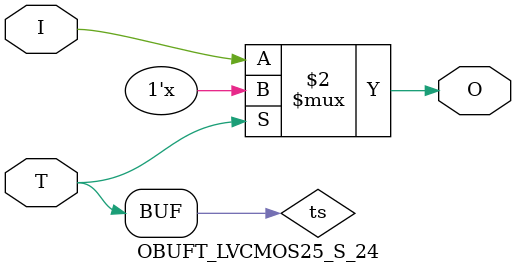
<source format=v>

/*

FUNCTION	: TRI-STATE OUTPUT BUFFER

*/

`celldefine
`timescale  100 ps / 10 ps

module OBUFT_LVCMOS25_S_24 (O, I, T);

    output O;

    input  I, T;

    or O1 (ts, 1'b0, T);
    bufif0 T1 (O, I, ts);

endmodule

</source>
